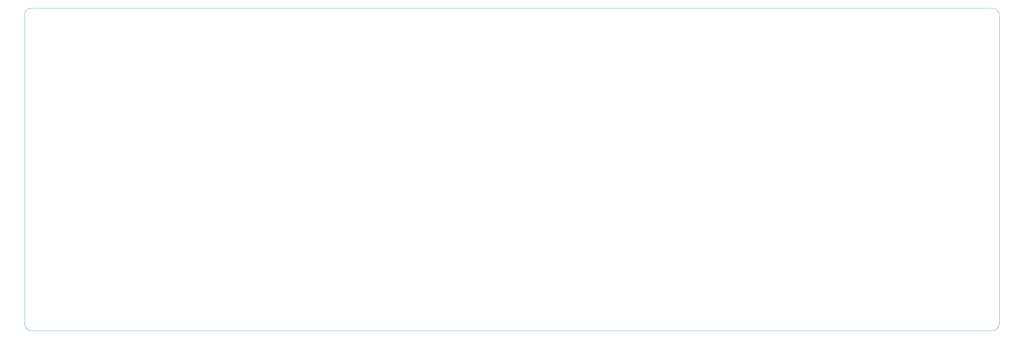
<source format=gbr>
G04 #@! TF.GenerationSoftware,KiCad,Pcbnew,(6.0.0-rc1-dev-1469-g932b9a334)*
G04 #@! TF.CreationDate,2019-08-07T07:36:26-07:00
G04 #@! TF.ProjectId,Laptreus-v2,4c617074-7265-4757-932d-76322e6b6963,rev?*
G04 #@! TF.SameCoordinates,Original*
G04 #@! TF.FileFunction,Profile,NP*
%FSLAX46Y46*%
G04 Gerber Fmt 4.6, Leading zero omitted, Abs format (unit mm)*
G04 Created by KiCad (PCBNEW (6.0.0-rc1-dev-1469-g932b9a334)) date Wednesday, August 07, 2019 at 07:36:26 AM*
%MOMM*%
%LPD*%
G04 APERTURE LIST*
%ADD10C,0.100000*%
G04 APERTURE END LIST*
D10*
X92511772Y-71494686D02*
X373511772Y-71494690D01*
X375511776Y-73493488D02*
X375511776Y-164095890D01*
X373511775Y-166094688D02*
X92511773Y-166094689D01*
X90511775Y-164095889D02*
X90511771Y-73493489D01*
X375511775Y-73494689D02*
G75*
G03X373511772Y-71494690I-2000001J-2D01*
G01*
X373511768Y-166094691D02*
G75*
G03X375511774Y-164094691I3J2000003D01*
G01*
X90511770Y-164094686D02*
G75*
G03X92511773Y-166094689I2000003J0D01*
G01*
X92511774Y-71494692D02*
G75*
G03X90511773Y-73494689I-2J-1999999D01*
G01*
M02*

</source>
